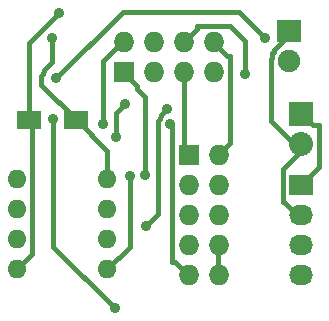
<source format=gbr>
G04 #@! TF.FileFunction,Copper,L1,Top,Signal*
%FSLAX46Y46*%
G04 Gerber Fmt 4.6, Leading zero omitted, Abs format (unit mm)*
G04 Created by KiCad (PCBNEW 4.0.1-stable) date 2/3/2016 5:41:03 PM*
%MOMM*%
G01*
G04 APERTURE LIST*
%ADD10C,0.100000*%
%ADD11R,2.000000X1.600000*%
%ADD12R,2.000000X1.900000*%
%ADD13C,1.900000*%
%ADD14O,1.600000X1.600000*%
%ADD15R,1.727200X1.727200*%
%ADD16O,1.727200X1.727200*%
%ADD17R,2.032000X1.727200*%
%ADD18O,2.032000X1.727200*%
%ADD19R,2.032000X2.032000*%
%ADD20O,2.032000X2.032000*%
%ADD21C,0.889000*%
%ADD22C,0.400000*%
G04 APERTURE END LIST*
D10*
D11*
X133000000Y-108000000D03*
X129000000Y-108000000D03*
D12*
X151000000Y-100500000D03*
D13*
X151000000Y-103040000D03*
D14*
X128000000Y-113000000D03*
X128000000Y-115540000D03*
X128000000Y-118080000D03*
X128000000Y-120620000D03*
X135620000Y-120620000D03*
X135620000Y-118080000D03*
X135620000Y-115540000D03*
X135620000Y-113000000D03*
D15*
X142500000Y-111000000D03*
D16*
X145040000Y-111000000D03*
X142500000Y-113540000D03*
X145040000Y-113540000D03*
X142500000Y-116080000D03*
X145040000Y-116080000D03*
X142500000Y-118620000D03*
X145040000Y-118620000D03*
X142500000Y-121160000D03*
X145040000Y-121160000D03*
D15*
X137000000Y-104000000D03*
D16*
X137000000Y-101460000D03*
X139540000Y-104000000D03*
X139540000Y-101460000D03*
X142080000Y-104000000D03*
X142080000Y-101460000D03*
X144620000Y-104000000D03*
X144620000Y-101460000D03*
D17*
X152000000Y-113500000D03*
D18*
X152000000Y-116040000D03*
X152000000Y-118580000D03*
X152000000Y-121120000D03*
D19*
X152000000Y-107500000D03*
D20*
X152000000Y-110040000D03*
D21*
X130937000Y-101092000D03*
X131572000Y-98933000D03*
X148970000Y-101090000D03*
X131270000Y-104500000D03*
X138811000Y-112649000D03*
X135255000Y-108331000D03*
X137160000Y-106680000D03*
X136398000Y-109474000D03*
X137541000Y-112776000D03*
X147320000Y-104140000D03*
X140970000Y-108331000D03*
X138938000Y-116967000D03*
X140716000Y-107061000D03*
X136271000Y-123952000D03*
X131064000Y-107950000D03*
D22*
X133000000Y-108000000D02*
X132969000Y-107950000D01*
X132969000Y-107950000D02*
X130048000Y-105029000D01*
X130048000Y-105029000D02*
X130048000Y-104267000D01*
X130048000Y-104267000D02*
X130175000Y-104140000D01*
X130175000Y-104140000D02*
X130175000Y-104013000D01*
X130175000Y-104013000D02*
X130302000Y-103886000D01*
X130302000Y-103886000D02*
X130302000Y-103759000D01*
X130302000Y-103759000D02*
X130937000Y-103124000D01*
X130937000Y-103124000D02*
X130937000Y-101092000D01*
X133000000Y-108000000D02*
X132969000Y-107950000D01*
X132969000Y-107950000D02*
X135636000Y-110617000D01*
X135636000Y-110617000D02*
X135636000Y-113030000D01*
X135636000Y-113030000D02*
X135620000Y-113000000D01*
X145040000Y-111000000D02*
X145034000Y-110998000D01*
X145034000Y-110998000D02*
X146050000Y-109982000D01*
X146050000Y-109982000D02*
X146050000Y-102616000D01*
X146050000Y-102616000D02*
X145796000Y-102616000D01*
X145796000Y-102616000D02*
X144653000Y-101473000D01*
X144653000Y-101473000D02*
X144620000Y-101460000D01*
X152000000Y-113500000D02*
X152019000Y-113538000D01*
X152019000Y-113538000D02*
X153543000Y-112014000D01*
X153543000Y-112014000D02*
X153543000Y-108458000D01*
X153543000Y-108458000D02*
X153035000Y-108458000D01*
X153035000Y-108458000D02*
X152019000Y-107442000D01*
X152019000Y-107442000D02*
X152000000Y-107500000D01*
X131572000Y-98933000D02*
X129032000Y-101473000D01*
X129032000Y-101473000D02*
X129032000Y-107950000D01*
X129032000Y-107950000D02*
X129000000Y-108000000D01*
X129000000Y-108000000D02*
X129032000Y-107950000D01*
X129032000Y-107950000D02*
X129286000Y-108204000D01*
X129286000Y-108204000D02*
X129286000Y-119380000D01*
X129286000Y-119380000D02*
X128016000Y-120650000D01*
X128016000Y-120650000D02*
X128000000Y-120620000D01*
X152000000Y-110040000D02*
X152019000Y-109982000D01*
X152019000Y-109982000D02*
X151384000Y-109982000D01*
X151384000Y-109982000D02*
X149479000Y-108077000D01*
X149479000Y-108077000D02*
X149479000Y-102870000D01*
X149479000Y-102870000D02*
X149606000Y-102743000D01*
X149606000Y-102743000D02*
X149606000Y-102362000D01*
X149606000Y-102362000D02*
X149733000Y-102235000D01*
X149733000Y-102235000D02*
X149733000Y-102108000D01*
X149733000Y-102108000D02*
X151003000Y-100838000D01*
X151003000Y-100838000D02*
X151003000Y-100457000D01*
X151003000Y-100457000D02*
X151000000Y-100500000D01*
X152000000Y-116040000D02*
X152019000Y-116078000D01*
X152019000Y-116078000D02*
X151765000Y-116078000D01*
X151765000Y-116078000D02*
X150622000Y-114935000D01*
X150622000Y-114935000D02*
X150495000Y-114935000D01*
X150495000Y-114935000D02*
X150495000Y-112141000D01*
X150495000Y-112141000D02*
X152019000Y-110617000D01*
X152019000Y-110617000D02*
X152019000Y-109982000D01*
X152019000Y-109982000D02*
X152000000Y-110040000D01*
X145040000Y-118620000D02*
X145034000Y-118618000D01*
X145034000Y-118618000D02*
X145034000Y-121158000D01*
X145034000Y-121158000D02*
X145040000Y-121160000D01*
X146730000Y-98850000D02*
X148970000Y-101090000D01*
X136920000Y-98850000D02*
X146730000Y-98850000D01*
X131270000Y-104500000D02*
X136920000Y-98850000D01*
X137000000Y-104000000D02*
X137033000Y-104013000D01*
X137033000Y-104013000D02*
X138176000Y-105156000D01*
X138176000Y-105156000D02*
X138176000Y-105410000D01*
X138176000Y-105410000D02*
X138811000Y-106045000D01*
X138811000Y-106045000D02*
X138811000Y-112649000D01*
X137000000Y-101460000D02*
X137033000Y-101473000D01*
X137033000Y-101473000D02*
X136779000Y-101473000D01*
X136779000Y-101473000D02*
X135255000Y-102997000D01*
X135255000Y-102997000D02*
X135255000Y-108331000D01*
X137160000Y-106680000D02*
X136398000Y-107442000D01*
X136398000Y-107442000D02*
X136398000Y-109474000D01*
X135620000Y-120620000D02*
X135636000Y-120650000D01*
X135636000Y-120650000D02*
X137541000Y-118745000D01*
X137541000Y-118745000D02*
X137541000Y-112776000D01*
X142500000Y-111000000D02*
X142494000Y-110998000D01*
X142494000Y-110998000D02*
X142113000Y-110617000D01*
X142113000Y-110617000D02*
X142113000Y-104013000D01*
X142113000Y-104013000D02*
X142080000Y-104000000D01*
X142080000Y-101460000D02*
X142113000Y-101473000D01*
X142113000Y-101473000D02*
X143256000Y-100330000D01*
X143256000Y-100330000D02*
X143256000Y-100076000D01*
X143256000Y-100076000D02*
X146050000Y-100076000D01*
X146050000Y-100076000D02*
X147320000Y-101346000D01*
X147320000Y-101346000D02*
X147320000Y-104140000D01*
X140970000Y-108331000D02*
X141097000Y-108458000D01*
X141097000Y-108458000D02*
X141097000Y-120015000D01*
X141097000Y-120015000D02*
X141351000Y-120015000D01*
X141351000Y-120015000D02*
X142494000Y-121158000D01*
X142494000Y-121158000D02*
X142500000Y-121160000D01*
X138938000Y-116967000D02*
X139954000Y-115951000D01*
X139954000Y-115951000D02*
X139954000Y-108077000D01*
X139954000Y-108077000D02*
X140081000Y-107950000D01*
X140081000Y-107950000D02*
X140081000Y-107823000D01*
X140081000Y-107823000D02*
X140208000Y-107696000D01*
X140208000Y-107696000D02*
X140208000Y-107569000D01*
X140208000Y-107569000D02*
X140716000Y-107061000D01*
X136271000Y-123952000D02*
X131064000Y-118745000D01*
X131064000Y-118745000D02*
X131064000Y-107950000D01*
M02*

</source>
